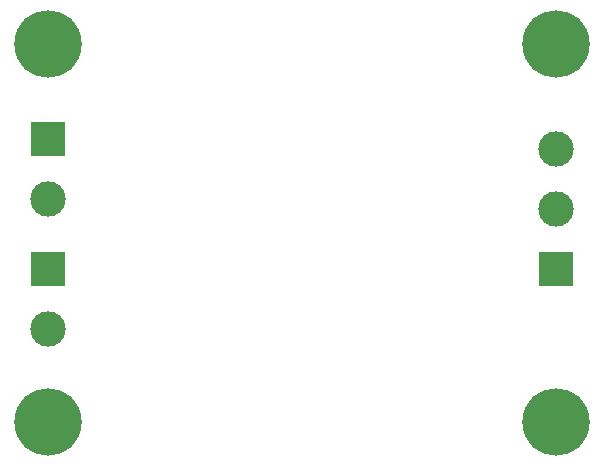
<source format=gbs>
G04 #@! TF.GenerationSoftware,KiCad,Pcbnew,(5.1.9)-1*
G04 #@! TF.CreationDate,2021-08-16T02:32:57+12:00*
G04 #@! TF.ProjectId,Input,496e7075-742e-46b6-9963-61645f706362,rev?*
G04 #@! TF.SameCoordinates,Original*
G04 #@! TF.FileFunction,Soldermask,Bot*
G04 #@! TF.FilePolarity,Negative*
%FSLAX46Y46*%
G04 Gerber Fmt 4.6, Leading zero omitted, Abs format (unit mm)*
G04 Created by KiCad (PCBNEW (5.1.9)-1) date 2021-08-16 02:32:57*
%MOMM*%
%LPD*%
G01*
G04 APERTURE LIST*
%ADD10C,3.000000*%
%ADD11R,3.000000X3.000000*%
%ADD12C,5.700000*%
G04 APERTURE END LIST*
D10*
X183000000Y413160000D03*
X183000000Y408080000D03*
D11*
X183000000Y403000000D03*
D10*
X140000000Y397920000D03*
D11*
X140000000Y403000000D03*
D10*
X140000000Y408920000D03*
D11*
X140000000Y414000000D03*
D12*
X183000000Y390000000D03*
X140000000Y390000000D03*
X183000000Y422000000D03*
X140000000Y422000000D03*
M02*

</source>
